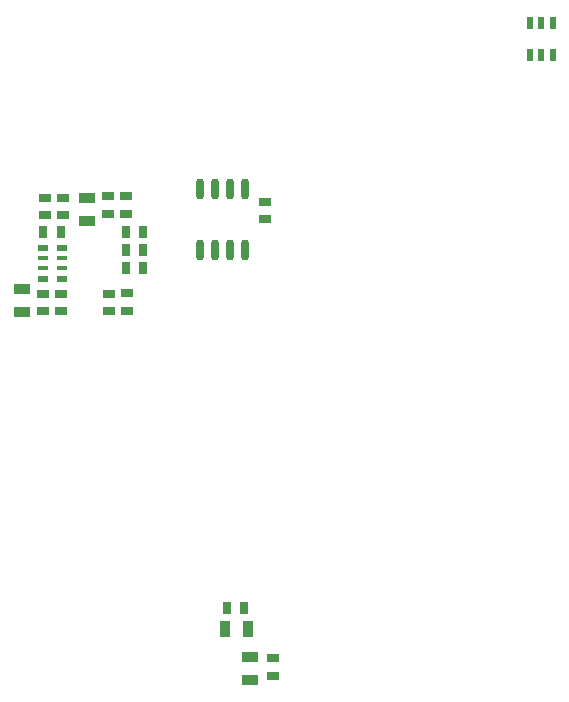
<source format=gbp>
G04*
G04 #@! TF.GenerationSoftware,Altium Limited,Altium Designer,21.1.1 (26)*
G04*
G04 Layer_Color=128*
%FSLAX25Y25*%
%MOIN*%
G70*
G04*
G04 #@! TF.SameCoordinates,03695714-3163-4FEE-998C-4D1AEBC88490*
G04*
G04*
G04 #@! TF.FilePolarity,Positive*
G04*
G01*
G75*
%ADD23R,0.03937X0.02953*%
%ADD24R,0.02953X0.03937*%
%ADD26R,0.05709X0.03740*%
%ADD28R,0.03740X0.05709*%
%ADD31R,0.02362X0.03937*%
%ADD131R,0.03347X0.02362*%
%ADD132R,0.03347X0.01575*%
%ADD133O,0.02756X0.07087*%
D23*
X-78107Y26920D02*
D03*
X-78107Y21015D02*
D03*
X-84107Y20967D02*
D03*
X-84107Y26873D02*
D03*
X-106107Y20967D02*
D03*
X-106107Y26873D02*
D03*
X-100107Y26873D02*
D03*
X-100107Y20967D02*
D03*
X-105607Y52968D02*
D03*
X-105607Y58873D02*
D03*
X-99607Y52968D02*
D03*
X-99607Y58873D02*
D03*
X-84607Y59373D02*
D03*
X-84607Y53468D02*
D03*
X-78607Y59373D02*
D03*
Y53468D02*
D03*
X-29500Y-94547D02*
D03*
X-29500Y-100453D02*
D03*
X-32303Y57521D02*
D03*
Y51615D02*
D03*
D24*
X-72654Y47420D02*
D03*
X-78559Y47420D02*
D03*
X-72654Y41420D02*
D03*
X-78559Y41420D02*
D03*
X-78559Y35420D02*
D03*
X-72654Y35420D02*
D03*
X-106059Y47420D02*
D03*
X-100154Y47420D02*
D03*
X-44953Y-78000D02*
D03*
X-39047D02*
D03*
D26*
X-113107Y28259D02*
D03*
X-113107Y20582D02*
D03*
X-91607Y58759D02*
D03*
X-91607Y51082D02*
D03*
X-37000Y-101839D02*
D03*
Y-94161D02*
D03*
D28*
X-45339Y-85000D02*
D03*
X-37661D02*
D03*
D31*
X63705Y106380D02*
D03*
X59965Y106380D02*
D03*
X56225Y106380D02*
D03*
X56225Y117207D02*
D03*
X59965Y117207D02*
D03*
X63705Y117207D02*
D03*
D131*
X-99752Y31882D02*
D03*
X-99752Y42118D02*
D03*
X-106248Y42118D02*
D03*
X-106248Y31882D02*
D03*
D132*
X-99752Y35425D02*
D03*
X-99752Y38575D02*
D03*
X-106248Y38575D02*
D03*
X-106248Y35425D02*
D03*
D133*
X-38803Y41332D02*
D03*
X-43803Y41332D02*
D03*
X-48803Y41332D02*
D03*
X-53803Y41332D02*
D03*
X-38803Y61804D02*
D03*
X-43803Y61804D02*
D03*
X-48803Y61804D02*
D03*
X-53803Y61804D02*
D03*
M02*

</source>
